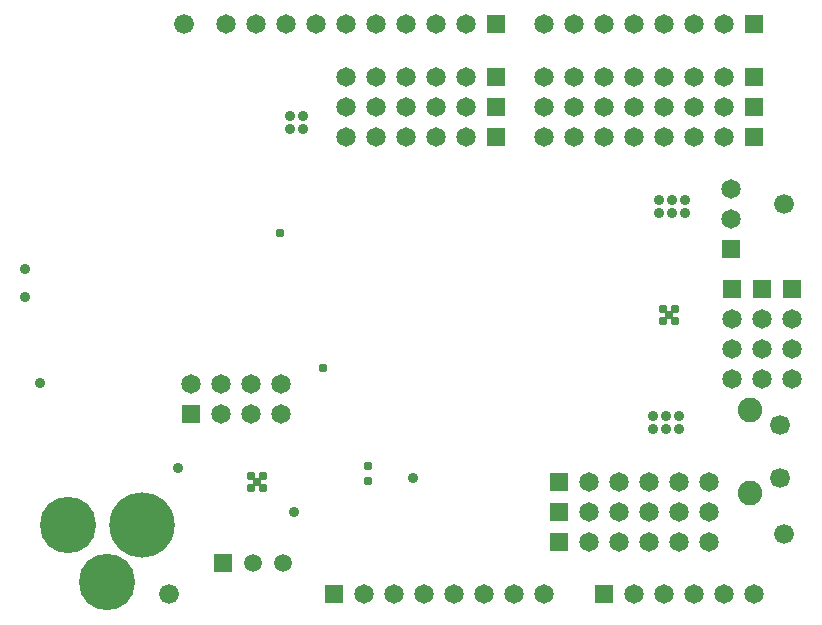
<source format=gbs>
G04 Layer_Color=16711935*
%FSLAX44Y44*%
%MOMM*%
G71*
G01*
G75*
%ADD146C,1.6500*%
%ADD147R,1.6500X1.6500*%
%ADD148R,1.6500X1.6500*%
%ADD149C,4.7700*%
%ADD150C,5.5300*%
%ADD151C,1.6900*%
%ADD152C,2.0800*%
%ADD153C,1.5200*%
%ADD154R,1.5200X1.5200*%
%ADD155C,1.6740*%
%ADD156C,0.8900*%
%ADD157C,0.7900*%
D146*
X635000Y25400D02*
D03*
X609600D02*
D03*
X584200D02*
D03*
X558800D02*
D03*
X533400D02*
D03*
X482600Y508000D02*
D03*
X457200D02*
D03*
X508000D02*
D03*
X533400D02*
D03*
X558800D02*
D03*
X584200D02*
D03*
X609600D02*
D03*
X431800Y25400D02*
D03*
X457200D02*
D03*
X406400D02*
D03*
X381000D02*
D03*
X355600D02*
D03*
X330200D02*
D03*
X304800D02*
D03*
X187960Y508000D02*
D03*
X213360D02*
D03*
X264160D02*
D03*
X238760D02*
D03*
X289560D02*
D03*
X314960D02*
D03*
X340360D02*
D03*
X365760D02*
D03*
X391160D02*
D03*
X596900Y69850D02*
D03*
X571500D02*
D03*
X546100D02*
D03*
X520700D02*
D03*
X495300D02*
D03*
Y95250D02*
D03*
X520700D02*
D03*
X546100D02*
D03*
X571500D02*
D03*
X596900D02*
D03*
X495300Y120650D02*
D03*
X520700D02*
D03*
X546100D02*
D03*
X571500D02*
D03*
X596900D02*
D03*
X609600Y412750D02*
D03*
X584200D02*
D03*
X558800D02*
D03*
X482600D02*
D03*
X508000D02*
D03*
X533400D02*
D03*
X457200D02*
D03*
X609600Y463550D02*
D03*
X584200D02*
D03*
X558800D02*
D03*
X482600D02*
D03*
X508000D02*
D03*
X533400D02*
D03*
X457200D02*
D03*
Y438150D02*
D03*
X533400D02*
D03*
X508000D02*
D03*
X482600D02*
D03*
X558800D02*
D03*
X584200D02*
D03*
X609600D02*
D03*
X391160Y412750D02*
D03*
X365760D02*
D03*
X340360D02*
D03*
X314960D02*
D03*
X289560D02*
D03*
Y463550D02*
D03*
X314960D02*
D03*
X340360D02*
D03*
X365760D02*
D03*
X391160D02*
D03*
Y438150D02*
D03*
X365760D02*
D03*
X340360D02*
D03*
X314960D02*
D03*
X289560D02*
D03*
X234079Y178282D02*
D03*
Y203682D02*
D03*
X208679D02*
D03*
X183279D02*
D03*
X157879D02*
D03*
X183279Y178282D02*
D03*
X208679D02*
D03*
X616600Y258800D02*
D03*
Y233400D02*
D03*
Y208000D02*
D03*
X667400Y258800D02*
D03*
Y233400D02*
D03*
Y208000D02*
D03*
X642000Y258800D02*
D03*
Y233400D02*
D03*
Y208000D02*
D03*
X615700Y343279D02*
D03*
Y368679D02*
D03*
D147*
X508000Y25400D02*
D03*
X635000Y508000D02*
D03*
X279400Y25400D02*
D03*
X416560Y508000D02*
D03*
X469900Y69850D02*
D03*
Y95250D02*
D03*
Y120650D02*
D03*
X635000Y412750D02*
D03*
Y463550D02*
D03*
Y438150D02*
D03*
X416560Y412750D02*
D03*
Y463550D02*
D03*
Y438150D02*
D03*
X157879Y178282D02*
D03*
D148*
X616600Y284200D02*
D03*
X667400D02*
D03*
X642000D02*
D03*
X615700Y317879D02*
D03*
D149*
X54340Y83820D02*
D03*
X86840Y35820D02*
D03*
D150*
X116840Y83820D02*
D03*
D151*
X656590Y168910D02*
D03*
Y123910D02*
D03*
D152*
X631590Y181410D02*
D03*
Y111410D02*
D03*
D153*
X236220Y52070D02*
D03*
X210820D02*
D03*
D154*
X185420D02*
D03*
D155*
X660400Y76200D02*
D03*
Y355600D02*
D03*
X152400Y508000D02*
D03*
X139700Y25400D02*
D03*
D156*
X147250Y132174D02*
D03*
X17500Y301067D02*
D03*
Y277067D02*
D03*
X30390Y204390D02*
D03*
X245500Y94750D02*
D03*
X346000Y124000D02*
D03*
X253217Y419379D02*
D03*
X242217D02*
D03*
X253217Y430379D02*
D03*
X242217D02*
D03*
X571000Y165500D02*
D03*
X560000D02*
D03*
X549000D02*
D03*
X560000Y176500D02*
D03*
X549000D02*
D03*
X571000D02*
D03*
X554717Y359379D02*
D03*
X565718D02*
D03*
X576717D02*
D03*
X565718Y348379D02*
D03*
X576717D02*
D03*
X554717D02*
D03*
D157*
X567718Y256879D02*
D03*
X557718D02*
D03*
Y266879D02*
D03*
X567718D02*
D03*
X562718Y261879D02*
D03*
X308000Y121000D02*
D03*
X269750Y217250D02*
D03*
X308000Y134000D02*
D03*
X214140Y120280D02*
D03*
X209140Y115280D02*
D03*
X219140D02*
D03*
X209140Y125280D02*
D03*
X219140D02*
D03*
X233500Y331000D02*
D03*
M02*

</source>
